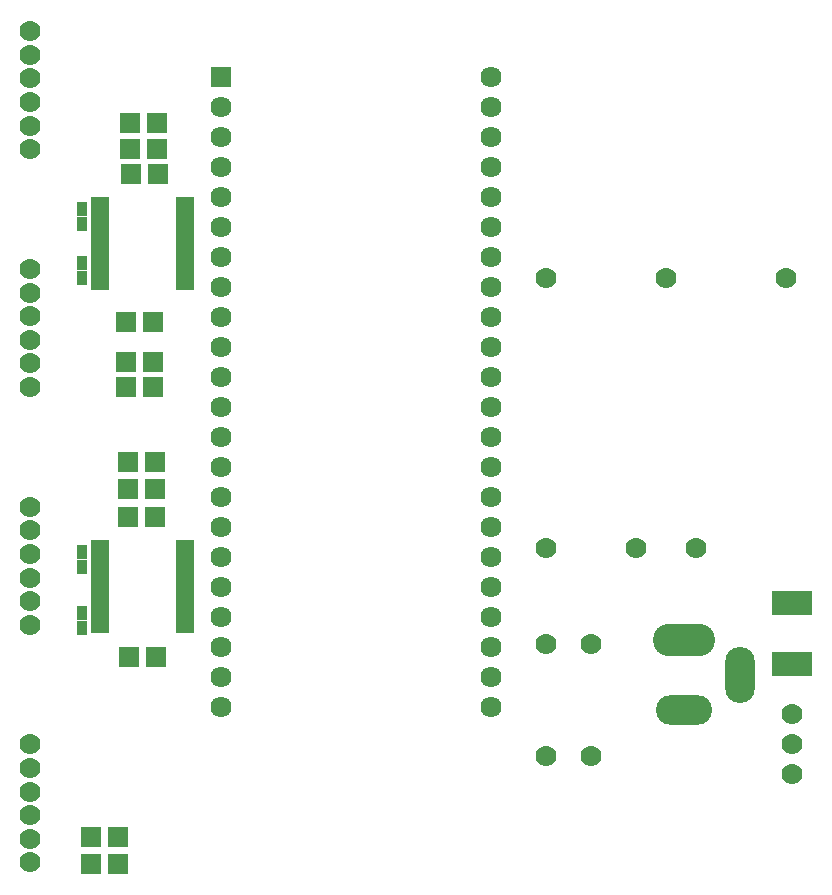
<source format=gbr>
G04 DesignSpark PCB Gerber Version 10.0 Build 5299*
G04 #@! TF.Part,Single*
G04 #@! TF.FileFunction,Soldermask,Top*
G04 #@! TF.FilePolarity,Negative*
%FSLAX35Y35*%
%MOIN*%
G04 #@! TA.AperFunction,ComponentPad*
%ADD85O,0.09858X0.18717*%
G04 #@! TA.AperFunction,SMDPad,CuDef*
%ADD86R,0.03800X0.04500*%
G04 #@! TA.AperFunction,ComponentPad*
%ADD82R,0.07024X0.07024*%
%ADD84O,0.18717X0.09858*%
%ADD83O,0.20685X0.10843*%
G04 #@! TA.AperFunction,SMDPad,CuDef*
%ADD80R,0.05921X0.02575*%
G04 #@! TA.AperFunction,ComponentPad*
%ADD19C,0.07000*%
%ADD81C,0.07024*%
G04 #@! TA.AperFunction,SMDPad,CuDef*
%ADD87R,0.07000X0.06500*%
%ADD88R,0.13402X0.08008*%
G04 #@! TD.AperFunction*
X0Y0D02*
D02*
D19*
X37509Y55128D03*
Y63002D03*
Y70876D03*
Y78750D03*
Y86624D03*
Y94498D03*
Y134360D03*
Y142234D03*
Y150108D03*
Y157982D03*
Y165856D03*
Y173730D03*
Y213592D03*
Y221466D03*
Y229340D03*
Y237214D03*
Y245088D03*
Y252962D03*
Y292824D03*
Y300698D03*
Y308572D03*
Y316446D03*
Y324320D03*
Y332194D03*
X209261Y90561D03*
Y127962D03*
Y160009D03*
Y250009D03*
X224261Y90561D03*
Y127962D03*
X239261Y160009D03*
X249261Y250009D03*
X259261Y160009D03*
X289261Y250009D03*
X291446Y84655D03*
Y94655D03*
Y104655D03*
D02*
D80*
X60639Y133080D03*
Y135639D03*
Y138198D03*
Y140757D03*
Y143317D03*
Y145876D03*
Y148435D03*
Y150994D03*
Y153553D03*
Y156112D03*
Y158671D03*
Y161230D03*
Y247332D03*
Y249891D03*
Y252450D03*
Y255009D03*
Y257569D03*
Y260128D03*
Y262687D03*
Y265246D03*
Y267805D03*
Y270364D03*
Y272923D03*
Y275482D03*
X89183Y133080D03*
Y135639D03*
Y138198D03*
Y140757D03*
Y143317D03*
Y145876D03*
Y148435D03*
Y150994D03*
Y153553D03*
Y156112D03*
Y158671D03*
Y161230D03*
Y247332D03*
Y249891D03*
Y252450D03*
Y255009D03*
Y257569D03*
Y260128D03*
Y262687D03*
Y265246D03*
Y267805D03*
Y270364D03*
Y272923D03*
Y275482D03*
D02*
D81*
X101131Y106899D03*
Y116899D03*
Y126899D03*
Y136899D03*
Y146899D03*
Y156899D03*
Y166899D03*
Y176899D03*
Y186899D03*
Y196899D03*
Y206899D03*
Y216899D03*
Y226899D03*
Y236899D03*
Y246899D03*
Y256899D03*
Y266899D03*
Y276899D03*
Y286899D03*
Y296899D03*
Y306899D03*
X191131Y106899D03*
Y116899D03*
Y126899D03*
Y136899D03*
Y146899D03*
Y156899D03*
Y166899D03*
Y176899D03*
Y186899D03*
Y196899D03*
Y206899D03*
Y216899D03*
Y226899D03*
Y236899D03*
Y246899D03*
Y256899D03*
Y266899D03*
Y276899D03*
Y286899D03*
Y296899D03*
Y306899D03*
Y316899D03*
D02*
D82*
X101131D03*
D02*
D83*
X255521Y129439D03*
D02*
D84*
Y105817D03*
D02*
D85*
X274025Y117628D03*
D02*
D86*
X54586Y249871D03*
Y254971D03*
X54635Y267833D03*
Y272933D03*
X54734Y133286D03*
Y138386D03*
Y153463D03*
Y158563D03*
D02*
D87*
X57616Y54635D03*
Y63494D03*
X66616Y54635D03*
Y63494D03*
X69427Y213592D03*
Y221958D03*
Y235246D03*
X69919Y170285D03*
Y179635D03*
Y188494D03*
X70411Y123533D03*
X70903Y292824D03*
Y301683D03*
X71084Y284458D03*
X78427Y213592D03*
Y221958D03*
Y235246D03*
X78919Y170285D03*
Y179635D03*
Y188494D03*
X79411Y123533D03*
X79903Y292824D03*
Y301683D03*
X80084Y284458D03*
D02*
D88*
X291446Y121112D03*
Y141702D03*
X0Y0D02*
M02*

</source>
